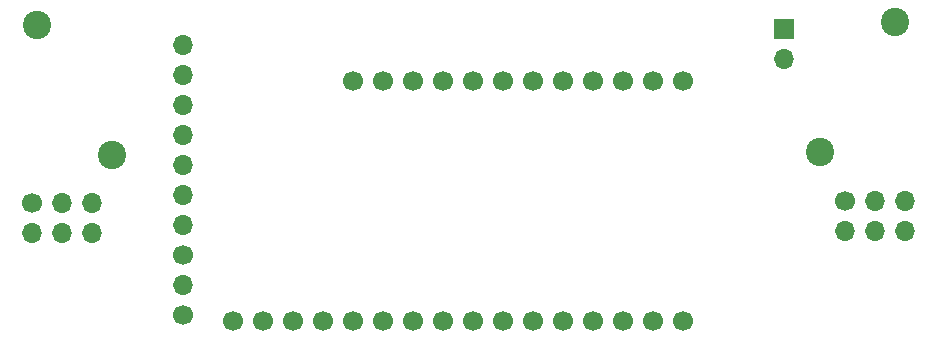
<source format=gbr>
%TF.GenerationSoftware,KiCad,Pcbnew,(7.0.0)*%
%TF.CreationDate,2023-04-06T13:34:31-07:00*%
%TF.ProjectId,Voltage_Sensor_Timer,566f6c74-6167-4655-9f53-656e736f725f,0*%
%TF.SameCoordinates,Original*%
%TF.FileFunction,Soldermask,Top*%
%TF.FilePolarity,Negative*%
%FSLAX46Y46*%
G04 Gerber Fmt 4.6, Leading zero omitted, Abs format (unit mm)*
G04 Created by KiCad (PCBNEW (7.0.0)) date 2023-04-06 13:34:31*
%MOMM*%
%LPD*%
G01*
G04 APERTURE LIST*
G04 Aperture macros list*
%AMHorizOval*
0 Thick line with rounded ends*
0 $1 width*
0 $2 $3 position (X,Y) of the first rounded end (center of the circle)*
0 $4 $5 position (X,Y) of the second rounded end (center of the circle)*
0 Add line between two ends*
20,1,$1,$2,$3,$4,$5,0*
0 Add two circle primitives to create the rounded ends*
1,1,$1,$2,$3*
1,1,$1,$4,$5*%
G04 Aperture macros list end*
%ADD10C,1.700000*%
%ADD11C,2.400000*%
%ADD12HorizOval,2.400000X0.000000X0.000000X0.000000X0.000000X0*%
%ADD13O,1.700000X1.700000*%
%ADD14HorizOval,2.400000X0.000000X0.000000X0.000000X0.000000X0*%
%ADD15R,1.700000X1.700000*%
G04 APERTURE END LIST*
D10*
%TO.C,ESP1*%
X132599192Y-106144732D03*
X135139192Y-106144732D03*
X137679192Y-106144732D03*
X140219192Y-106144732D03*
X142759192Y-106144732D03*
X145299192Y-106144732D03*
X147839192Y-106144732D03*
X150379192Y-106144732D03*
X152919192Y-106144732D03*
X155459192Y-106144732D03*
X157999192Y-106144732D03*
X160539192Y-106144732D03*
X163079192Y-106144732D03*
X165619192Y-106144732D03*
X168159192Y-106144732D03*
X170699192Y-106144732D03*
X142759192Y-85824732D03*
X145299192Y-85824732D03*
X147839192Y-85824732D03*
X150379192Y-85824732D03*
X152919192Y-85824732D03*
X155459192Y-85824732D03*
X157999192Y-85824732D03*
X160539192Y-85824732D03*
X163079192Y-85824732D03*
X165619192Y-85824732D03*
X168159192Y-85824732D03*
X170699192Y-85824732D03*
%TD*%
D11*
%TO.C,R2*%
X188595000Y-80860739D03*
D12*
X182244999Y-91859261D03*
%TD*%
D10*
%TO.C,J2*%
X128342521Y-105641979D03*
D13*
X128342520Y-103101978D03*
D10*
X128342521Y-100561979D03*
D13*
X128342520Y-98021978D03*
X128342520Y-95481978D03*
X128342520Y-92941978D03*
X128342520Y-90401978D03*
X128342520Y-87861978D03*
X128342520Y-85321978D03*
X128342520Y-82781978D03*
%TD*%
D10*
%TO.C,J1*%
X115585000Y-96204000D03*
D13*
X115584999Y-98743999D03*
X118124999Y-96203999D03*
X118124999Y-98743999D03*
X120664999Y-96203999D03*
X120664999Y-98743999D03*
%TD*%
D10*
%TO.C,J4*%
X184404000Y-96012000D03*
D13*
X184403999Y-98551999D03*
X186943999Y-96011999D03*
X186943999Y-98551999D03*
X189483999Y-96011999D03*
X189483999Y-98551999D03*
%TD*%
D11*
%TO.C,R3*%
X115951000Y-81114739D03*
D14*
X122300999Y-92113261D03*
%TD*%
D15*
%TO.C,J3*%
X179196999Y-81406999D03*
D13*
X179196999Y-83946999D03*
%TD*%
M02*

</source>
